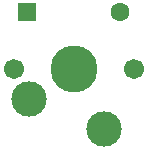
<source format=gbr>
%TF.GenerationSoftware,KiCad,Pcbnew,(5.1.9)-1*%
%TF.CreationDate,2021-03-16T12:24:24-04:00*%
%TF.ProjectId,baby,62616279-2e6b-4696-9361-645f70636258,rev?*%
%TF.SameCoordinates,Original*%
%TF.FileFunction,Soldermask,Bot*%
%TF.FilePolarity,Negative*%
%FSLAX46Y46*%
G04 Gerber Fmt 4.6, Leading zero omitted, Abs format (unit mm)*
G04 Created by KiCad (PCBNEW (5.1.9)-1) date 2021-03-16 12:24:24*
%MOMM*%
%LPD*%
G01*
G04 APERTURE LIST*
%ADD10C,1.701800*%
%ADD11C,3.987800*%
%ADD12C,3.000000*%
%ADD13C,1.600000*%
%ADD14R,1.600000X1.600000*%
G04 APERTURE END LIST*
D10*
%TO.C,K1*%
X52070000Y-50006200D03*
X62230000Y-50006200D03*
D11*
X57150000Y-50006200D03*
D12*
X53340000Y-52546200D03*
X59690000Y-55086200D03*
%TD*%
D13*
%TO.C,D1*%
X61050000Y-45243800D03*
D14*
X53250000Y-45243800D03*
%TD*%
M02*

</source>
